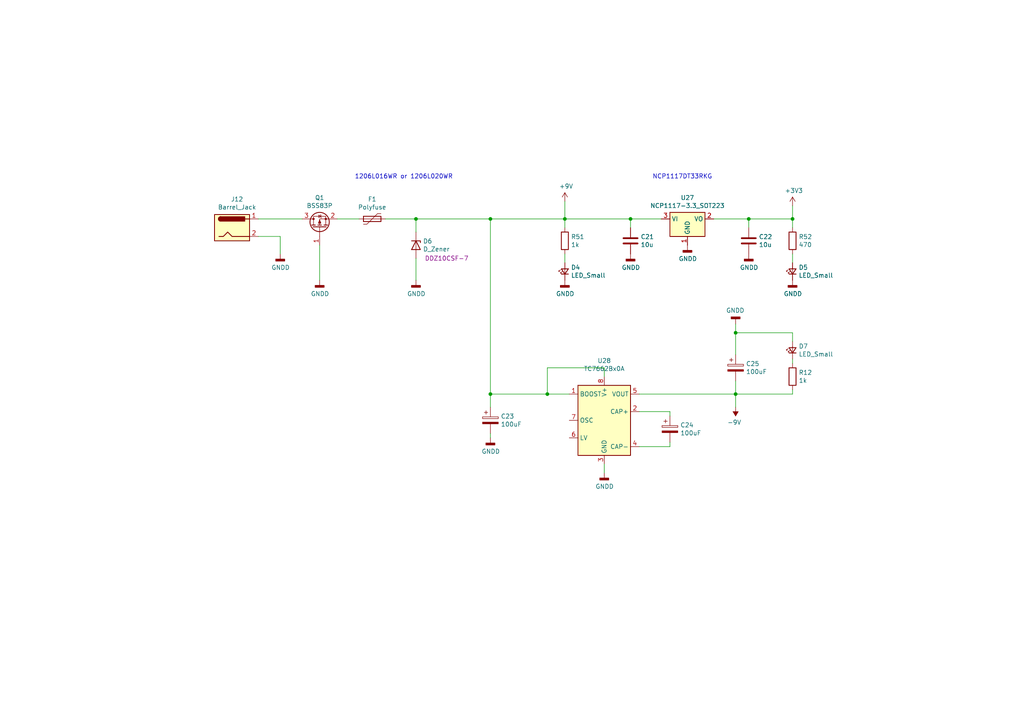
<source format=kicad_sch>
(kicad_sch (version 20250114) (generator "eeschema") (generator_version "9.0")
  (paper "A4")
  (lib_symbols
    (symbol "Connector:Barrel_Jack" (pin_names (offset 1.016))
      (property "Reference" "J" (at 0 5.334 0))
      (property "Value" "Barrel_Jack" (at 0 -5.08 0))
      (symbol "Barrel_Jack_0_1"
        (rectangle (start -5.08 3.81) (end 5.08 -3.81) (stroke (width 0.254)) (fill (type background)))
        (polyline (pts (xy -3.81 -2.54) (xy -2.54 -2.54) (xy -1.27 -1.27) (xy 0 -2.54) (xy 2.54 -2.54) (xy 5.08 -2.54)) (stroke (width 0.254)))
        (arc (start -3.302 1.905) (mid -3.9343 2.54) (end -3.302 3.175) (stroke (width 0.254)))
        (arc (start -3.302 1.905) (mid -3.9343 2.54) (end -3.302 3.175) (stroke (width 0.254)) (fill (type outline)))
        (rectangle (start 3.683 3.175) (end -3.302 1.905) (stroke (width 0.254)) (fill (type outline)))
        (polyline (pts (xy 5.08 2.54) (xy 3.81 2.54)) (stroke (width 0.254)))
      )
      (symbol "Barrel_Jack_1_1"
        (pin passive line (at 7.62 2.54 180) (length 2.54) (name "~") (number "1"))
        (pin passive line (at 7.62 -2.54 180) (length 2.54) (name "~") (number "2"))
      )
    )
    (symbol "Converter_DCDC:TC7662Bx0A"
      (property "Reference" "U" (at -6.35 11.43 0))
      (property "Value" "TC7662Bx0A" (at 7.62 11.43 0))
      (symbol "TC7662Bx0A_0_1"
        (rectangle (start -7.62 10.16) (end 7.62 -10.16) (stroke (width 0.254)) (fill (type background)))
      )
      (symbol "TC7662Bx0A_1_1"
        (pin input line (at -10.16 7.62 0) (length 2.54) (name "BOOST") (number "1"))
        (pin passive line (at -10.16 0 0) (length 2.54) (name "OSC") (number "7"))
        (pin input line (at -10.16 -5.08 0) (length 2.54) (name "LV") (number "6"))
        (pin power_in line (at 0 12.7 270) (length 2.54) (name "V+") (number "8"))
        (pin power_in line (at 0 -12.7 90) (length 2.54) (name "GND") (number "3"))
        (pin power_out line (at 10.16 7.62 180) (length 2.54) (name "VOUT") (number "5"))
        (pin passive line (at 10.16 2.54 180) (length 2.54) (name "CAP+") (number "2"))
        (pin passive line (at 10.16 -7.62 180) (length 2.54) (name "CAP-") (number "4"))
      )
    )
    (symbol "Device:C" (pin_numbers (hide yes)) (pin_names (offset 0.254))
      (property "Reference" "C" (at 0.635 2.54 0))
      (property "Value" "C" (at 0.635 -2.54 0))
      (symbol "C_0_1"
        (polyline (pts (xy -2.032 0.762) (xy 2.032 0.762)) (stroke (width 0.508)))
        (polyline (pts (xy -2.032 -0.762) (xy 2.032 -0.762)) (stroke (width 0.508)))
      )
      (symbol "C_1_1"
        (pin passive line (at 0 3.81 270) (length 2.794) (name "~") (number "1"))
        (pin passive line (at 0 -3.81 90) (length 2.794) (name "~") (number "2"))
      )
    )
    (symbol "Device:D_Zener" (pin_numbers (hide yes)) (pin_names (offset 1.016) (hide yes))
      (property "Reference" "D" (at 0 2.54 0))
      (property "Value" "D_Zener" (at 0 -2.54 0))
      (symbol "D_Zener_0_1"
        (polyline (pts (xy -1.27 -1.27) (xy -1.27 1.27) (xy -0.762 1.27)) (stroke (width 0.254)))
        (polyline (pts (xy 1.27 0) (xy -1.27 0)))
        (polyline (pts (xy 1.27 -1.27) (xy 1.27 1.27) (xy -1.27 0) (xy 1.27 -1.27)) (stroke (width 0.254)))
      )
      (symbol "D_Zener_1_1"
        (pin passive line (at -3.81 0 0) (length 2.54) (name "K") (number "1"))
        (pin passive line (at 3.81 0 180) (length 2.54) (name "A") (number "2"))
      )
    )
    (symbol "Device:LED_Small" (pin_numbers (hide yes)) (pin_names (offset 0.254) (hide yes))
      (property "Reference" "D" (at -1.27 3.175 0))
      (property "Value" "LED_Small" (at -4.445 -2.54 0))
      (symbol "LED_Small_0_1"
        (polyline (pts (xy -0.762 -1.016) (xy -0.762 1.016)) (stroke (width 0.254)))
        (polyline (pts (xy 0 0.762) (xy -0.508 1.27) (xy -0.254 1.27) (xy -0.508 1.27) (xy -0.508 1.016)))
        (polyline (pts (xy 0.508 1.27) (xy 0 1.778) (xy 0.254 1.778) (xy 0 1.778) (xy 0 1.524)))
        (polyline (pts (xy 0.762 -1.016) (xy -0.762 0) (xy 0.762 1.016) (xy 0.762 -1.016)) (stroke (width 0.254)))
        (polyline (pts (xy 1.016 0) (xy -0.762 0)))
      )
      (symbol "LED_Small_1_1"
        (pin passive line (at -2.54 0 0) (length 1.778) (name "K") (number "1"))
        (pin passive line (at 2.54 0 180) (length 1.778) (name "A") (number "2"))
      )
    )
    (symbol "Device:Polyfuse" (pin_numbers (hide yes)) (pin_names (offset 0))
      (property "Reference" "F" (at -2.54 0 90))
      (property "Value" "Polyfuse" (at 2.54 0 90))
      (symbol "Polyfuse_0_1"
        (polyline (pts (xy -1.524 2.54) (xy -1.524 1.524) (xy 1.524 -1.524) (xy 1.524 -2.54)))
        (rectangle (start -0.762 2.54) (end 0.762 -2.54) (stroke (width 0.254)))
        (polyline (pts (xy 0 2.54) (xy 0 -2.54)))
      )
      (symbol "Polyfuse_1_1"
        (pin passive line (at 0 3.81 270) (length 1.27) (name "~") (number "1"))
        (pin passive line (at 0 -3.81 90) (length 1.27) (name "~") (number "2"))
      )
    )
    (symbol "Device:R" (pin_numbers (hide yes)) (pin_names (offset 0))
      (property "Reference" "R" (at 2.032 0 90))
      (property "Value" "R" (at 0 0 90))
      (symbol "R_0_1"
        (rectangle (start -1.016 -2.54) (end 1.016 2.54) (stroke (width 0.254)))
      )
      (symbol "R_1_1"
        (pin passive line (at 0 3.81 270) (length 1.27) (name "~") (number "1"))
        (pin passive line (at 0 -3.81 90) (length 1.27) (name "~") (number "2"))
      )
    )
    (symbol "Digital Board Rev 2-rescue:+3.3V-power" (power) (pin_names (offset 0))
      (property "Value" "power_+3.3V" (at 0 3.556 0))
      (symbol "+3.3V-power_0_1"
        (polyline (pts (xy -0.762 1.27) (xy 0 2.54)))
        (polyline (pts (xy 0 2.54) (xy 0.762 1.27)))
        (polyline (pts (xy 0 0) (xy 0 2.54)))
      )
      (symbol "+3.3V-power_1_1"
        (pin power_in line (at 0 0 90) (length 0) (hide yes) (name "+3V3") (number "1"))
      )
    )
    (symbol "Digital Board Rev 2-rescue:+9V-power" (power) (pin_names (offset 0))
      (property "Value" "power_+9V" (at 0 3.556 0))
      (symbol "+9V-power_0_1"
        (polyline (pts (xy -0.762 1.27) (xy 0 2.54)))
        (polyline (pts (xy 0 2.54) (xy 0.762 1.27)))
        (polyline (pts (xy 0 0) (xy 0 2.54)))
      )
      (symbol "+9V-power_1_1"
        (pin power_in line (at 0 0 90) (length 0) (hide yes) (name "+9V") (number "1"))
      )
    )
    (symbol "Digital Board Rev 2-rescue:-9V-power" (power) (pin_names (offset 0))
      (property "Value" "power_-9V" (at 0 3.81 0))
      (symbol "-9V-power_0_1"
        (polyline (pts (xy 0 0) (xy 0 2.54)))
        (polyline (pts (xy 0.762 1.27) (xy -0.762 1.27) (xy 0 2.54) (xy 0.762 1.27)) (fill (type outline)))
      )
      (symbol "-9V-power_1_1"
        (pin power_in line (at 0 0 90) (length 0) (hide yes) (name "-9V") (number "1"))
      )
    )
    (symbol "Digital Board Rev 2-rescue:CP-Device" (pin_numbers (hide yes)) (pin_names (offset 0.254))
      (property "Reference" "C" (at 0.635 2.54 0))
      (property "Value" "Device_CP" (at 0.635 -2.54 0))
      (symbol "CP-Device_0_1"
        (rectangle (start -2.286 0.508) (end 2.286 1.016))
        (polyline (pts (xy -1.778 2.286) (xy -0.762 2.286)))
        (polyline (pts (xy -1.27 2.794) (xy -1.27 1.778)))
        (rectangle (start 2.286 -0.508) (end -2.286 -1.016) (fill (type outline)))
      )
      (symbol "CP-Device_1_1"
        (pin passive line (at 0 3.81 270) (length 2.794) (name "~") (number "1"))
        (pin passive line (at 0 -3.81 90) (length 2.794) (name "~") (number "2"))
      )
    )
    (symbol "Digital Board Rev 2-rescue:GNDD-power" (power) (pin_names (offset 0))
      (property "Value" "power_GNDD" (at 0 -3.175 0))
      (symbol "GNDD-power_0_1"
        (rectangle (start -1.27 -1.524) (end 1.27 -2.032) (stroke (width 0.254)) (fill (type outline)))
        (polyline (pts (xy 0 0) (xy 0 -1.524)))
      )
      (symbol "GNDD-power_1_1"
        (pin power_in line (at 0 0 270) (length 0) (hide yes) (name "GNDD") (number "1"))
      )
    )
    (symbol "Regulator_Linear:NCP1117-3.3_SOT223"
      (property "Reference" "U" (at -3.81 3.175 0))
      (property "Value" "NCP1117-3.3_SOT223" (at 0 3.175 0))
      (symbol "NCP1117-3.3_SOT223_0_1"
        (rectangle (start -5.08 -5.08) (end 5.08 1.905) (stroke (width 0.254)) (fill (type background)))
      )
      (symbol "NCP1117-3.3_SOT223_1_1"
        (pin power_in line (at -7.62 0 0) (length 2.54) (name "VI") (number "3"))
        (pin power_in line (at 0 -7.62 90) (length 2.54) (name "GND") (number "1"))
        (pin power_out line (at 7.62 0 180) (length 2.54) (name "VO") (number "2"))
      )
    )
    (symbol "Transistor_FET:BSS83P" (pin_names (hide yes))
      (property "Reference" "Q" (at 5.08 1.905 0))
      (property "Value" "BSS83P" (at 5.08 0 0))
      (symbol "BSS83P_0_1"
        (polyline (pts (xy 0.254 1.905) (xy 0.254 -1.905)) (stroke (width 0.254)))
        (polyline (pts (xy 0.254 0) (xy -2.54 0)))
        (polyline (pts (xy 0.762 2.286) (xy 0.762 1.27)) (stroke (width 0.254)))
        (polyline (pts (xy 0.762 1.778) (xy 3.302 1.778) (xy 3.302 -1.778) (xy 0.762 -1.778)))
        (polyline (pts (xy 0.762 0.508) (xy 0.762 -0.508)) (stroke (width 0.254)))
        (polyline (pts (xy 0.762 -1.27) (xy 0.762 -2.286)) (stroke (width 0.254)))
        (circle (center 1.651 0) (radius 2.794) (stroke (width 0.254)))
        (polyline (pts (xy 2.286 0) (xy 1.27 0.381) (xy 1.27 -0.381) (xy 2.286 0)) (fill (type outline)))
        (polyline (pts (xy 2.54 2.54) (xy 2.54 1.778)))
        (circle (center 2.54 1.778) (radius 0.254) (fill (type outline)))
        (circle (center 2.54 -1.778) (radius 0.254) (fill (type outline)))
        (polyline (pts (xy 2.54 -2.54) (xy 2.54 0) (xy 0.762 0)))
        (polyline (pts (xy 2.794 -0.508) (xy 2.921 -0.381) (xy 3.683 -0.381) (xy 3.81 -0.254)))
        (polyline (pts (xy 3.302 -0.381) (xy 2.921 0.254) (xy 3.683 0.254) (xy 3.302 -0.381)))
      )
      (symbol "BSS83P_1_1"
        (pin input line (at -5.08 0 0) (length 2.54) (name "G") (number "1"))
        (pin passive line (at 2.54 5.08 270) (length 2.54) (name "D") (number "3"))
        (pin passive line (at 2.54 -5.08 90) (length 2.54) (name "S") (number "2"))
      )
    )
  )
  (text "1206L016WR or 1206L020WR" (at 102.87 52.07 0) (effects (font (size 1.27 1.27)) (justify left bottom)))
  (text "NCP1117DT33RKG" (at 189.23 52.07 0) (effects (font (size 1.27 1.27)) (justify left bottom)))
  (junction (at 158.75 114.3))
  (junction (at 120.65 63.5))
  (junction (at 163.83 63.5))
  (junction (at 213.36 114.3))
  (junction (at 182.88 63.5))
  (junction (at 229.87 63.5))
  (junction (at 213.36 96.52))
  (junction (at 217.17 63.5))
  (junction (at 142.24 63.5))
  (junction (at 142.24 114.3))
  (wire (pts (xy 120.65 63.5) (xy 142.24 63.5)))
  (wire (pts (xy 163.83 58.42) (xy 163.83 63.5)))
  (wire (pts (xy 213.36 93.98) (xy 213.36 96.52)))
  (wire (pts (xy 158.75 106.68) (xy 158.75 114.3)))
  (wire (pts (xy 213.36 110.49) (xy 213.36 114.3)))
  (wire (pts (xy 185.42 129.54) (xy 194.31 129.54)))
  (wire (pts (xy 229.87 113.03) (xy 229.87 114.3)))
  (wire (pts (xy 92.71 71.12) (xy 92.71 81.28)))
  (wire (pts (xy 182.88 66.04) (xy 182.88 63.5)))
  (wire (pts (xy 213.36 96.52) (xy 229.87 96.52)))
  (wire (pts (xy 142.24 63.5) (xy 163.83 63.5)))
  (wire (pts (xy 229.87 105.41) (xy 229.87 104.14)))
  (wire (pts (xy 229.87 76.2) (xy 229.87 73.66)))
  (wire (pts (xy 175.26 137.16) (xy 175.26 134.62)))
  (wire (pts (xy 163.83 66.04) (xy 163.83 63.5)))
  (wire (pts (xy 163.83 63.5) (xy 182.88 63.5)))
  (wire (pts (xy 182.88 63.5) (xy 191.77 63.5)))
  (wire (pts (xy 217.17 63.5) (xy 207.01 63.5)))
  (wire (pts (xy 194.31 120.65) (xy 194.31 119.38)))
  (wire (pts (xy 217.17 63.5) (xy 229.87 63.5)))
  (wire (pts (xy 81.28 73.66) (xy 81.28 68.58)))
  (wire (pts (xy 142.24 114.3) (xy 142.24 118.11)))
  (wire (pts (xy 229.87 99.06) (xy 229.87 96.52)))
  (wire (pts (xy 120.65 67.31) (xy 120.65 63.5)))
  (wire (pts (xy 158.75 114.3) (xy 142.24 114.3)))
  (wire (pts (xy 142.24 63.5) (xy 142.24 114.3)))
  (wire (pts (xy 213.36 114.3) (xy 185.42 114.3)))
  (wire (pts (xy 229.87 114.3) (xy 213.36 114.3)))
  (wire (pts (xy 213.36 118.11) (xy 213.36 114.3)))
  (wire (pts (xy 229.87 66.04) (xy 229.87 63.5)))
  (wire (pts (xy 217.17 66.04) (xy 217.17 63.5)))
  (wire (pts (xy 194.31 119.38) (xy 185.42 119.38)))
  (wire (pts (xy 81.28 68.58) (xy 74.93 68.58)))
  (wire (pts (xy 111.76 63.5) (xy 120.65 63.5)))
  (wire (pts (xy 165.1 114.3) (xy 158.75 114.3)))
  (wire (pts (xy 104.14 63.5) (xy 97.79 63.5)))
  (wire (pts (xy 163.83 76.2) (xy 163.83 73.66)))
  (wire (pts (xy 142.24 127) (xy 142.24 125.73)))
  (wire (pts (xy 175.26 106.68) (xy 175.26 109.22)))
  (wire (pts (xy 158.75 106.68) (xy 175.26 106.68)))
  (wire (pts (xy 120.65 74.93) (xy 120.65 81.28)))
  (wire (pts (xy 74.93 63.5) (xy 87.63 63.5)))
  (wire (pts (xy 213.36 96.52) (xy 213.36 102.87)))
  (wire (pts (xy 229.87 59.69) (xy 229.87 63.5)))
  (wire (pts (xy 194.31 129.54) (xy 194.31 128.27)))
  (symbol (lib_id "Regulator_Linear:NCP1117-3.3_SOT223") (at 199.39 63.5 0) (unit 1)
    (property "Reference" "U27" (at 199.39 57.3532 0))
    (property "Value" "NCP1117-3.3_SOT223" (at 199.39 59.6646 0))
    (property "Footprint" "Package_TO_SOT_SMD:SOT-223-3_TabPin2" (effects (hide yes)))
    (property "Datasheet" "http://www.onsemi.com/pub_link/Collateral/NCP1117-D.PDF" (effects (hide yes)))
    (property "MPN" "NCP1117DT33RKG" (effects (hide yes)))
  )
  (symbol (lib_id "Digital Board Rev 2-rescue:GNDD-power") (at 199.39 71.12 0) (unit 1)
    (property "Reference" "#PWR0199" (effects (hide yes)))
    (property "Value" "GNDD" (at 199.4916 75.057 0))
  )
  (symbol (lib_id "Device:C") (at 182.88 69.85 0) (unit 1)
    (property "Reference" "C21" (at 185.801 68.6816 0) (effects (justify left)))
    (property "Value" "10u" (at 185.801 70.993 0) (effects (justify left)))
    (property "Footprint" "Capacitor_SMD:C_1206_3216Metric_Pad1.33x1.80mm_HandSolder" (effects (hide yes)))
  )
  (symbol (lib_id "Digital Board Rev 2-rescue:GNDD-power") (at 182.88 73.66 0) (unit 1)
    (property "Reference" "#PWR0200" (effects (hide yes)))
    (property "Value" "GNDD" (at 182.9816 77.597 0))
  )
  (symbol (lib_id "Device:C") (at 217.17 69.85 0) (unit 1)
    (property "Reference" "C22" (at 220.091 68.6816 0) (effects (justify left)))
    (property "Value" "10u" (at 220.091 70.993 0) (effects (justify left)))
    (property "Footprint" "Capacitor_SMD:C_1206_3216Metric_Pad1.33x1.80mm_HandSolder" (effects (hide yes)))
  )
  (symbol (lib_id "Digital Board Rev 2-rescue:GNDD-power") (at 217.17 73.66 0) (unit 1)
    (property "Reference" "#PWR0201" (effects (hide yes)))
    (property "Value" "GNDD" (at 217.2716 77.597 0))
  )
  (symbol (lib_id "Device:R") (at 229.87 69.85 0) (unit 1)
    (property "Reference" "R52" (at 231.648 68.6816 0) (effects (justify left)))
    (property "Value" "470" (at 231.648 70.993 0) (effects (justify left)))
    (property "Footprint" "Resistor_SMD:R_0805_2012Metric_Pad1.20x1.40mm_HandSolder" (effects (hide yes)))
  )
  (symbol (lib_id "Device:LED_Small") (at 229.87 78.74 90) (unit 1)
    (property "Reference" "D5" (at 231.648 77.5716 90) (effects (justify right)))
    (property "Value" "LED_Small" (at 231.648 79.883 90) (effects (justify right)))
    (property "Footprint" "LED_SMD:LED_0805_2012Metric_Castellated" (effects (hide yes)))
  )
  (symbol (lib_id "Digital Board Rev 2-rescue:GNDD-power") (at 229.87 81.28 0) (unit 1)
    (property "Reference" "#PWR0202" (effects (hide yes)))
    (property "Value" "GNDD" (at 229.9716 85.217 0))
  )
  (symbol (lib_id "Digital Board Rev 2-rescue:+3.3V-power") (at 229.87 59.69 0) (unit 1)
    (property "Reference" "#PWR0203" (effects (hide yes)))
    (property "Value" "+3V3" (at 230.251 55.2958 0))
  )
  (symbol (lib_id "Digital Board Rev 2-rescue:+9V-power") (at 163.83 58.42 0) (unit 1)
    (property "Reference" "#PWR0204" (effects (hide yes)))
    (property "Value" "+9V" (at 164.211 54.0258 0))
  )
  (symbol (lib_id "Connector:Barrel_Jack") (at 67.31 66.04 0) (unit 1)
    (property "Reference" "J12" (at 68.7578 57.785 0))
    (property "Value" "Barrel_Jack" (at 68.7578 60.0964 0))
    (property "Footprint" "Connector_BarrelJack:BarrelJack_CUI_PJ-063AH_Horizontal_CircularHoles" (effects (hide yes)))
  )
  (symbol (lib_id "Digital Board Rev 2-rescue:GNDD-power") (at 81.28 73.66 0) (unit 1)
    (property "Reference" "#PWR0205" (effects (hide yes)))
    (property "Value" "GNDD" (at 81.3816 77.597 0))
  )
  (symbol (lib_id "Device:R") (at 163.83 69.85 0) (unit 1)
    (property "Reference" "R51" (at 165.608 68.6816 0) (effects (justify left)))
    (property "Value" "1k" (at 165.608 70.993 0) (effects (justify left)))
    (property "Footprint" "Resistor_SMD:R_0805_2012Metric_Pad1.20x1.40mm_HandSolder" (effects (hide yes)))
  )
  (symbol (lib_id "Device:LED_Small") (at 163.83 78.74 90) (unit 1)
    (property "Reference" "D4" (at 165.608 77.5716 90) (effects (justify right)))
    (property "Value" "LED_Small" (at 165.608 79.883 90) (effects (justify right)))
    (property "Footprint" "LED_SMD:LED_0805_2012Metric_Castellated" (effects (hide yes)))
  )
  (symbol (lib_id "Digital Board Rev 2-rescue:GNDD-power") (at 163.83 81.28 0) (unit 1)
    (property "Reference" "#PWR0206" (effects (hide yes)))
    (property "Value" "GNDD" (at 163.9316 85.217 0))
  )
  (symbol (lib_id "Converter_DCDC:TC7662Bx0A") (at 175.26 121.92 0) (unit 1)
    (property "Reference" "U28" (at 175.26 104.6226 0))
    (property "Value" "TC7662Bx0A" (at 175.26 106.934 0))
    (property "Footprint" "Package_SO:SOIC-8_3.9x4.9mm_P1.27mm" (effects (hide yes)))
    (property "Datasheet" "http://ww1.microchip.com/downloads/en/DeviceDoc/21469a.pdf" (effects (hide yes)))
  )
  (symbol (lib_id "Device:D_Zener") (at 120.65 71.12 270) (unit 1)
    (property "Reference" "D6" (at 122.682 69.9516 90) (effects (justify left)))
    (property "Value" "D_Zener" (at 122.682 72.263 90) (effects (justify left)))
    (property "Footprint" "Diode_SMD:D_SMA_Handsoldering" (effects (hide yes)))
    (property "MPN" "DDZ10CSF-7" (at 123.19 74.93 90) (effects (justify left)))
  )
  (symbol (lib_id "Digital Board Rev 2-rescue:GNDD-power") (at 120.65 81.28 0) (unit 1)
    (property "Reference" "#PWR0216" (effects (hide yes)))
    (property "Value" "GNDD" (at 120.7516 85.217 0))
  )
  (symbol (lib_id "Digital Board Rev 2-rescue:GNDD-power") (at 92.71 81.28 0) (unit 1)
    (property "Reference" "#PWR0211" (effects (hide yes)))
    (property "Value" "GNDD" (at 92.8116 85.217 0))
  )
  (symbol (lib_id "Digital Board Rev 2-rescue:CP-Device") (at 142.24 121.92 0) (unit 1)
    (property "Reference" "C23" (at 145.2372 120.7516 0) (effects (justify left)))
    (property "Value" "100uF" (at 145.2372 123.063 0) (effects (justify left)))
    (property "Footprint" "Capacitor_THT:CP_Radial_D5.0mm_P2.00mm" (effects (hide yes)))
  )
  (symbol (lib_id "Digital Board Rev 2-rescue:GNDD-power") (at 142.24 127 0) (unit 1)
    (property "Reference" "#PWR0212" (effects (hide yes)))
    (property "Value" "GNDD" (at 142.3416 130.937 0))
  )
  (symbol (lib_id "Digital Board Rev 2-rescue:CP-Device") (at 194.31 124.46 0) (unit 1)
    (property "Reference" "C24" (at 197.3072 123.2916 0) (effects (justify left)))
    (property "Value" "100uF" (at 197.3072 125.603 0) (effects (justify left)))
    (property "Footprint" "Capacitor_THT:CP_Radial_D5.0mm_P2.00mm" (effects (hide yes)))
  )
  (symbol (lib_id "Digital Board Rev 2-rescue:CP-Device") (at 213.36 106.68 0) (unit 1)
    (property "Reference" "C25" (at 216.3572 105.5116 0) (effects (justify left)))
    (property "Value" "100uF" (at 216.3572 107.823 0) (effects (justify left)))
    (property "Footprint" "Capacitor_THT:CP_Radial_D5.0mm_P2.00mm" (effects (hide yes)))
  )
  (symbol (lib_id "Digital Board Rev 2-rescue:GNDD-power") (at 213.36 93.98 180) (unit 1)
    (property "Reference" "#PWR0213" (effects (hide yes)))
    (property "Value" "GNDD" (at 213.2584 90.043 0))
  )
  (symbol (lib_id "Digital Board Rev 2-rescue:-9V-power") (at 213.36 118.11 180) (unit 1)
    (property "Reference" "#PWR0214" (effects (hide yes)))
    (property "Value" "-9V" (at 212.979 122.5042 0))
  )
  (symbol (lib_id "Digital Board Rev 2-rescue:GNDD-power") (at 175.26 137.16 0) (unit 1)
    (property "Reference" "#PWR0215" (effects (hide yes)))
    (property "Value" "GNDD" (at 175.3616 141.097 0))
  )
  (symbol (lib_id "Transistor_FET:BSS83P") (at 92.71 66.04 90) (unit 1)
    (property "Reference" "Q1" (at 92.71 57.3532 90))
    (property "Value" "BSS83P" (at 92.71 59.6646 90))
    (property "Footprint" "Package_TO_SOT_SMD:SOT-23" (effects (hide yes)))
    (property "Datasheet" "http://www.farnell.com/datasheets/1835997.pdf" (effects (hide yes)))
  )
  (symbol (lib_id "Device:Polyfuse") (at 107.95 63.5 270) (unit 1)
    (property "Reference" "F1" (at 107.95 57.785 90))
    (property "Value" "Polyfuse" (at 107.95 60.0964 90))
    (property "Footprint" "Fuse:Fuse_1206_3216Metric_Pad1.42x1.75mm_HandSolder" (effects (hide yes)))
  )
  (symbol (lib_id "Device:R") (at 229.87 109.22 0) (unit 1)
    (property "Reference" "R12" (at 231.648 108.0516 0) (effects (justify left)))
    (property "Value" "1k" (at 231.648 110.363 0) (effects (justify left)))
    (property "Footprint" "Resistor_SMD:R_0805_2012Metric_Pad1.20x1.40mm_HandSolder" (effects (hide yes)))
  )
  (symbol (lib_id "Device:LED_Small") (at 229.87 101.6 90) (unit 1)
    (property "Reference" "D7" (at 231.648 100.4316 90) (effects (justify right)))
    (property "Value" "LED_Small" (at 231.648 102.743 90) (effects (justify right)))
    (property "Footprint" "LED_SMD:LED_0805_2012Metric_Castellated" (effects (hide yes)))
  )
)
</source>
